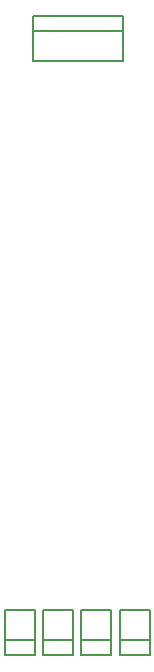
<source format=gbo>
G04 #@! TF.GenerationSoftware,KiCad,Pcbnew,9.0.2*
G04 #@! TF.CreationDate,2026-01-12T13:18:24-05:00*
G04 #@! TF.ProjectId,Pathogen_Pedal,50617468-6f67-4656-9e5f-506564616c2e,rev?*
G04 #@! TF.SameCoordinates,Original*
G04 #@! TF.FileFunction,Legend,Bot*
G04 #@! TF.FilePolarity,Positive*
%FSLAX46Y46*%
G04 Gerber Fmt 4.6, Leading zero omitted, Abs format (unit mm)*
G04 Created by KiCad (PCBNEW 9.0.2) date 2026-01-12 13:18:24*
%MOMM*%
%LPD*%
G01*
G04 APERTURE LIST*
%ADD10C,0.152400*%
%ADD11C,0.127000*%
G04 APERTURE END LIST*
D10*
X90270000Y-183540000D02*
X87730000Y-183540000D01*
X90270000Y-182270000D02*
X90270000Y-183540000D01*
X90270000Y-182270000D02*
X90270000Y-179730000D01*
X90270000Y-179730000D02*
X87730000Y-179730000D01*
X87730000Y-183540000D02*
X87730000Y-182270000D01*
X87730000Y-182270000D02*
X90270000Y-182270000D01*
X87730000Y-179730000D02*
X87730000Y-182270000D01*
X93520000Y-183540000D02*
X90980000Y-183540000D01*
X93520000Y-182270000D02*
X93520000Y-183540000D01*
X93520000Y-182270000D02*
X93520000Y-179730000D01*
X93520000Y-179730000D02*
X90980000Y-179730000D01*
X90980000Y-183540000D02*
X90980000Y-182270000D01*
X90980000Y-182270000D02*
X93520000Y-182270000D01*
X90980000Y-179730000D02*
X90980000Y-182270000D01*
X96770000Y-183540000D02*
X94230000Y-183540000D01*
X96770000Y-182270000D02*
X96770000Y-183540000D01*
X96770000Y-182270000D02*
X96770000Y-179730000D01*
X96770000Y-179730000D02*
X94230000Y-179730000D01*
X94230000Y-183540000D02*
X94230000Y-182270000D01*
X94230000Y-182270000D02*
X96770000Y-182270000D01*
X94230000Y-179730000D02*
X94230000Y-182270000D01*
X97480000Y-179730000D02*
X97480000Y-182270000D01*
X97480000Y-182270000D02*
X100020000Y-182270000D01*
X97480000Y-183540000D02*
X97480000Y-182270000D01*
X100020000Y-179730000D02*
X97480000Y-179730000D01*
X100020000Y-182270000D02*
X100020000Y-179730000D01*
X100020000Y-182270000D02*
X100020000Y-183540000D01*
X100020000Y-183540000D02*
X97480000Y-183540000D01*
D11*
X90150000Y-129460000D02*
X90150000Y-133270000D01*
X90150000Y-130730000D02*
X97770000Y-130730000D01*
X90150000Y-133270000D02*
X97770000Y-133270000D01*
X97770000Y-129460000D02*
X90150000Y-129460000D01*
X97770000Y-133270000D02*
X97770000Y-129460000D01*
M02*

</source>
